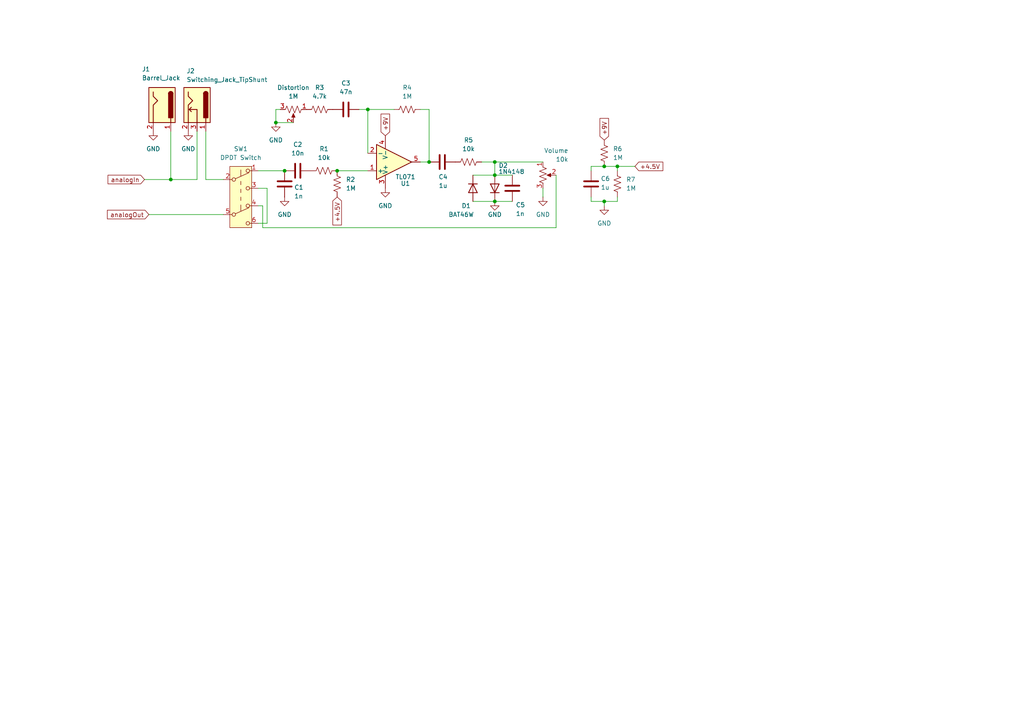
<source format=kicad_sch>
(kicad_sch
	(version 20231120)
	(generator "eeschema")
	(generator_version "8.0")
	(uuid "091a4f92-cba8-43e6-b0ef-b74e6dee3280")
	(paper "A4")
	(lib_symbols
		(symbol "Connector:Barrel_Jack"
			(pin_names
				(offset 1.016)
			)
			(exclude_from_sim no)
			(in_bom yes)
			(on_board yes)
			(property "Reference" "J"
				(at 0 5.334 0)
				(effects
					(font
						(size 1.27 1.27)
					)
				)
			)
			(property "Value" "Barrel_Jack"
				(at 0 -5.08 0)
				(effects
					(font
						(size 1.27 1.27)
					)
				)
			)
			(property "Footprint" ""
				(at 1.27 -1.016 0)
				(effects
					(font
						(size 1.27 1.27)
					)
					(hide yes)
				)
			)
			(property "Datasheet" "~"
				(at 1.27 -1.016 0)
				(effects
					(font
						(size 1.27 1.27)
					)
					(hide yes)
				)
			)
			(property "Description" "DC Barrel Jack"
				(at 0 0 0)
				(effects
					(font
						(size 1.27 1.27)
					)
					(hide yes)
				)
			)
			(property "ki_keywords" "DC power barrel jack connector"
				(at 0 0 0)
				(effects
					(font
						(size 1.27 1.27)
					)
					(hide yes)
				)
			)
			(property "ki_fp_filters" "BarrelJack*"
				(at 0 0 0)
				(effects
					(font
						(size 1.27 1.27)
					)
					(hide yes)
				)
			)
			(symbol "Barrel_Jack_0_1"
				(rectangle
					(start -5.08 3.81)
					(end 5.08 -3.81)
					(stroke
						(width 0.254)
						(type default)
					)
					(fill
						(type background)
					)
				)
				(arc
					(start -3.302 3.175)
					(mid -3.9343 2.54)
					(end -3.302 1.905)
					(stroke
						(width 0.254)
						(type default)
					)
					(fill
						(type none)
					)
				)
				(arc
					(start -3.302 3.175)
					(mid -3.9343 2.54)
					(end -3.302 1.905)
					(stroke
						(width 0.254)
						(type default)
					)
					(fill
						(type outline)
					)
				)
				(polyline
					(pts
						(xy 5.08 2.54) (xy 3.81 2.54)
					)
					(stroke
						(width 0.254)
						(type default)
					)
					(fill
						(type none)
					)
				)
				(polyline
					(pts
						(xy -3.81 -2.54) (xy -2.54 -2.54) (xy -1.27 -1.27) (xy 0 -2.54) (xy 2.54 -2.54) (xy 5.08 -2.54)
					)
					(stroke
						(width 0.254)
						(type default)
					)
					(fill
						(type none)
					)
				)
				(rectangle
					(start 3.683 3.175)
					(end -3.302 1.905)
					(stroke
						(width 0.254)
						(type default)
					)
					(fill
						(type outline)
					)
				)
			)
			(symbol "Barrel_Jack_1_1"
				(pin passive line
					(at 7.62 2.54 180)
					(length 2.54)
					(name "~"
						(effects
							(font
								(size 1.27 1.27)
							)
						)
					)
					(number "1"
						(effects
							(font
								(size 1.27 1.27)
							)
						)
					)
				)
				(pin passive line
					(at 7.62 -2.54 180)
					(length 2.54)
					(name "~"
						(effects
							(font
								(size 1.27 1.27)
							)
						)
					)
					(number "2"
						(effects
							(font
								(size 1.27 1.27)
							)
						)
					)
				)
			)
		)
		(symbol "Connector:Barrel_Jack_Switch"
			(pin_names hide)
			(exclude_from_sim no)
			(in_bom yes)
			(on_board yes)
			(property "Reference" "J"
				(at 0 5.334 0)
				(effects
					(font
						(size 1.27 1.27)
					)
				)
			)
			(property "Value" "Barrel_Jack_Switch"
				(at 0 -5.08 0)
				(effects
					(font
						(size 1.27 1.27)
					)
				)
			)
			(property "Footprint" ""
				(at 1.27 -1.016 0)
				(effects
					(font
						(size 1.27 1.27)
					)
					(hide yes)
				)
			)
			(property "Datasheet" "~"
				(at 1.27 -1.016 0)
				(effects
					(font
						(size 1.27 1.27)
					)
					(hide yes)
				)
			)
			(property "Description" "DC Barrel Jack with an internal switch"
				(at 0 0 0)
				(effects
					(font
						(size 1.27 1.27)
					)
					(hide yes)
				)
			)
			(property "ki_keywords" "DC power barrel jack connector"
				(at 0 0 0)
				(effects
					(font
						(size 1.27 1.27)
					)
					(hide yes)
				)
			)
			(property "ki_fp_filters" "BarrelJack*"
				(at 0 0 0)
				(effects
					(font
						(size 1.27 1.27)
					)
					(hide yes)
				)
			)
			(symbol "Barrel_Jack_Switch_0_1"
				(rectangle
					(start -5.08 3.81)
					(end 5.08 -3.81)
					(stroke
						(width 0.254)
						(type default)
					)
					(fill
						(type background)
					)
				)
				(arc
					(start -3.302 3.175)
					(mid -3.9343 2.54)
					(end -3.302 1.905)
					(stroke
						(width 0.254)
						(type default)
					)
					(fill
						(type none)
					)
				)
				(arc
					(start -3.302 3.175)
					(mid -3.9343 2.54)
					(end -3.302 1.905)
					(stroke
						(width 0.254)
						(type default)
					)
					(fill
						(type outline)
					)
				)
				(polyline
					(pts
						(xy 1.27 -2.286) (xy 1.905 -1.651)
					)
					(stroke
						(width 0.254)
						(type default)
					)
					(fill
						(type none)
					)
				)
				(polyline
					(pts
						(xy 5.08 2.54) (xy 3.81 2.54)
					)
					(stroke
						(width 0.254)
						(type default)
					)
					(fill
						(type none)
					)
				)
				(polyline
					(pts
						(xy 5.08 0) (xy 1.27 0) (xy 1.27 -2.286) (xy 0.635 -1.651)
					)
					(stroke
						(width 0.254)
						(type default)
					)
					(fill
						(type none)
					)
				)
				(polyline
					(pts
						(xy -3.81 -2.54) (xy -2.54 -2.54) (xy -1.27 -1.27) (xy 0 -2.54) (xy 2.54 -2.54) (xy 5.08 -2.54)
					)
					(stroke
						(width 0.254)
						(type default)
					)
					(fill
						(type none)
					)
				)
				(rectangle
					(start 3.683 3.175)
					(end -3.302 1.905)
					(stroke
						(width 0.254)
						(type default)
					)
					(fill
						(type outline)
					)
				)
			)
			(symbol "Barrel_Jack_Switch_1_1"
				(pin passive line
					(at 7.62 2.54 180)
					(length 2.54)
					(name "~"
						(effects
							(font
								(size 1.27 1.27)
							)
						)
					)
					(number "1"
						(effects
							(font
								(size 1.27 1.27)
							)
						)
					)
				)
				(pin passive line
					(at 7.62 -2.54 180)
					(length 2.54)
					(name "~"
						(effects
							(font
								(size 1.27 1.27)
							)
						)
					)
					(number "2"
						(effects
							(font
								(size 1.27 1.27)
							)
						)
					)
				)
				(pin passive line
					(at 7.62 0 180)
					(length 2.54)
					(name "~"
						(effects
							(font
								(size 1.27 1.27)
							)
						)
					)
					(number "3"
						(effects
							(font
								(size 1.27 1.27)
							)
						)
					)
				)
			)
		)
		(symbol "Device:C"
			(pin_numbers hide)
			(pin_names
				(offset 0.254)
			)
			(exclude_from_sim no)
			(in_bom yes)
			(on_board yes)
			(property "Reference" "C"
				(at 0.635 2.54 0)
				(effects
					(font
						(size 1.27 1.27)
					)
					(justify left)
				)
			)
			(property "Value" "C"
				(at 0.635 -2.54 0)
				(effects
					(font
						(size 1.27 1.27)
					)
					(justify left)
				)
			)
			(property "Footprint" ""
				(at 0.9652 -3.81 0)
				(effects
					(font
						(size 1.27 1.27)
					)
					(hide yes)
				)
			)
			(property "Datasheet" "~"
				(at 0 0 0)
				(effects
					(font
						(size 1.27 1.27)
					)
					(hide yes)
				)
			)
			(property "Description" "Unpolarized capacitor"
				(at 0 0 0)
				(effects
					(font
						(size 1.27 1.27)
					)
					(hide yes)
				)
			)
			(property "ki_keywords" "cap capacitor"
				(at 0 0 0)
				(effects
					(font
						(size 1.27 1.27)
					)
					(hide yes)
				)
			)
			(property "ki_fp_filters" "C_*"
				(at 0 0 0)
				(effects
					(font
						(size 1.27 1.27)
					)
					(hide yes)
				)
			)
			(symbol "C_0_1"
				(polyline
					(pts
						(xy -2.032 -0.762) (xy 2.032 -0.762)
					)
					(stroke
						(width 0.508)
						(type default)
					)
					(fill
						(type none)
					)
				)
				(polyline
					(pts
						(xy -2.032 0.762) (xy 2.032 0.762)
					)
					(stroke
						(width 0.508)
						(type default)
					)
					(fill
						(type none)
					)
				)
			)
			(symbol "C_1_1"
				(pin passive line
					(at 0 3.81 270)
					(length 2.794)
					(name "~"
						(effects
							(font
								(size 1.27 1.27)
							)
						)
					)
					(number "1"
						(effects
							(font
								(size 1.27 1.27)
							)
						)
					)
				)
				(pin passive line
					(at 0 -3.81 90)
					(length 2.794)
					(name "~"
						(effects
							(font
								(size 1.27 1.27)
							)
						)
					)
					(number "2"
						(effects
							(font
								(size 1.27 1.27)
							)
						)
					)
				)
			)
		)
		(symbol "Device:D"
			(pin_numbers hide)
			(pin_names
				(offset 1.016) hide)
			(exclude_from_sim no)
			(in_bom yes)
			(on_board yes)
			(property "Reference" "D"
				(at 0 2.54 0)
				(effects
					(font
						(size 1.27 1.27)
					)
				)
			)
			(property "Value" "D"
				(at 0 -2.54 0)
				(effects
					(font
						(size 1.27 1.27)
					)
				)
			)
			(property "Footprint" ""
				(at 0 0 0)
				(effects
					(font
						(size 1.27 1.27)
					)
					(hide yes)
				)
			)
			(property "Datasheet" "~"
				(at 0 0 0)
				(effects
					(font
						(size 1.27 1.27)
					)
					(hide yes)
				)
			)
			(property "Description" "Diode"
				(at 0 0 0)
				(effects
					(font
						(size 1.27 1.27)
					)
					(hide yes)
				)
			)
			(property "Sim.Device" "D"
				(at 0 0 0)
				(effects
					(font
						(size 1.27 1.27)
					)
					(hide yes)
				)
			)
			(property "Sim.Pins" "1=K 2=A"
				(at 0 0 0)
				(effects
					(font
						(size 1.27 1.27)
					)
					(hide yes)
				)
			)
			(property "ki_keywords" "diode"
				(at 0 0 0)
				(effects
					(font
						(size 1.27 1.27)
					)
					(hide yes)
				)
			)
			(property "ki_fp_filters" "TO-???* *_Diode_* *SingleDiode* D_*"
				(at 0 0 0)
				(effects
					(font
						(size 1.27 1.27)
					)
					(hide yes)
				)
			)
			(symbol "D_0_1"
				(polyline
					(pts
						(xy -1.27 1.27) (xy -1.27 -1.27)
					)
					(stroke
						(width 0.254)
						(type default)
					)
					(fill
						(type none)
					)
				)
				(polyline
					(pts
						(xy 1.27 0) (xy -1.27 0)
					)
					(stroke
						(width 0)
						(type default)
					)
					(fill
						(type none)
					)
				)
				(polyline
					(pts
						(xy 1.27 1.27) (xy 1.27 -1.27) (xy -1.27 0) (xy 1.27 1.27)
					)
					(stroke
						(width 0.254)
						(type default)
					)
					(fill
						(type none)
					)
				)
			)
			(symbol "D_1_1"
				(pin passive line
					(at -3.81 0 0)
					(length 2.54)
					(name "K"
						(effects
							(font
								(size 1.27 1.27)
							)
						)
					)
					(number "1"
						(effects
							(font
								(size 1.27 1.27)
							)
						)
					)
				)
				(pin passive line
					(at 3.81 0 180)
					(length 2.54)
					(name "A"
						(effects
							(font
								(size 1.27 1.27)
							)
						)
					)
					(number "2"
						(effects
							(font
								(size 1.27 1.27)
							)
						)
					)
				)
			)
		)
		(symbol "Device:R_Potentiometer_US"
			(pin_names
				(offset 1.016) hide)
			(exclude_from_sim no)
			(in_bom yes)
			(on_board yes)
			(property "Reference" "RV"
				(at -4.445 0 90)
				(effects
					(font
						(size 1.27 1.27)
					)
				)
			)
			(property "Value" "R_Potentiometer_US"
				(at -2.54 0 90)
				(effects
					(font
						(size 1.27 1.27)
					)
				)
			)
			(property "Footprint" ""
				(at 0 0 0)
				(effects
					(font
						(size 1.27 1.27)
					)
					(hide yes)
				)
			)
			(property "Datasheet" "~"
				(at 0 0 0)
				(effects
					(font
						(size 1.27 1.27)
					)
					(hide yes)
				)
			)
			(property "Description" "Potentiometer, US symbol"
				(at 0 0 0)
				(effects
					(font
						(size 1.27 1.27)
					)
					(hide yes)
				)
			)
			(property "ki_keywords" "resistor variable"
				(at 0 0 0)
				(effects
					(font
						(size 1.27 1.27)
					)
					(hide yes)
				)
			)
			(property "ki_fp_filters" "Potentiometer*"
				(at 0 0 0)
				(effects
					(font
						(size 1.27 1.27)
					)
					(hide yes)
				)
			)
			(symbol "R_Potentiometer_US_0_1"
				(polyline
					(pts
						(xy 0 -2.286) (xy 0 -2.54)
					)
					(stroke
						(width 0)
						(type default)
					)
					(fill
						(type none)
					)
				)
				(polyline
					(pts
						(xy 0 2.54) (xy 0 2.286)
					)
					(stroke
						(width 0)
						(type default)
					)
					(fill
						(type none)
					)
				)
				(polyline
					(pts
						(xy 2.54 0) (xy 1.524 0)
					)
					(stroke
						(width 0)
						(type default)
					)
					(fill
						(type none)
					)
				)
				(polyline
					(pts
						(xy 1.143 0) (xy 2.286 0.508) (xy 2.286 -0.508) (xy 1.143 0)
					)
					(stroke
						(width 0)
						(type default)
					)
					(fill
						(type outline)
					)
				)
				(polyline
					(pts
						(xy 0 -0.762) (xy 1.016 -1.143) (xy 0 -1.524) (xy -1.016 -1.905) (xy 0 -2.286)
					)
					(stroke
						(width 0)
						(type default)
					)
					(fill
						(type none)
					)
				)
				(polyline
					(pts
						(xy 0 0.762) (xy 1.016 0.381) (xy 0 0) (xy -1.016 -0.381) (xy 0 -0.762)
					)
					(stroke
						(width 0)
						(type default)
					)
					(fill
						(type none)
					)
				)
				(polyline
					(pts
						(xy 0 2.286) (xy 1.016 1.905) (xy 0 1.524) (xy -1.016 1.143) (xy 0 0.762)
					)
					(stroke
						(width 0)
						(type default)
					)
					(fill
						(type none)
					)
				)
			)
			(symbol "R_Potentiometer_US_1_1"
				(pin passive line
					(at 0 3.81 270)
					(length 1.27)
					(name "1"
						(effects
							(font
								(size 1.27 1.27)
							)
						)
					)
					(number "1"
						(effects
							(font
								(size 1.27 1.27)
							)
						)
					)
				)
				(pin passive line
					(at 3.81 0 180)
					(length 1.27)
					(name "2"
						(effects
							(font
								(size 1.27 1.27)
							)
						)
					)
					(number "2"
						(effects
							(font
								(size 1.27 1.27)
							)
						)
					)
				)
				(pin passive line
					(at 0 -3.81 90)
					(length 1.27)
					(name "3"
						(effects
							(font
								(size 1.27 1.27)
							)
						)
					)
					(number "3"
						(effects
							(font
								(size 1.27 1.27)
							)
						)
					)
				)
			)
		)
		(symbol "Device:R_US"
			(pin_numbers hide)
			(pin_names
				(offset 0)
			)
			(exclude_from_sim no)
			(in_bom yes)
			(on_board yes)
			(property "Reference" "R"
				(at 2.54 0 90)
				(effects
					(font
						(size 1.27 1.27)
					)
				)
			)
			(property "Value" "R_US"
				(at -2.54 0 90)
				(effects
					(font
						(size 1.27 1.27)
					)
				)
			)
			(property "Footprint" ""
				(at 1.016 -0.254 90)
				(effects
					(font
						(size 1.27 1.27)
					)
					(hide yes)
				)
			)
			(property "Datasheet" "~"
				(at 0 0 0)
				(effects
					(font
						(size 1.27 1.27)
					)
					(hide yes)
				)
			)
			(property "Description" "Resistor, US symbol"
				(at 0 0 0)
				(effects
					(font
						(size 1.27 1.27)
					)
					(hide yes)
				)
			)
			(property "ki_keywords" "R res resistor"
				(at 0 0 0)
				(effects
					(font
						(size 1.27 1.27)
					)
					(hide yes)
				)
			)
			(property "ki_fp_filters" "R_*"
				(at 0 0 0)
				(effects
					(font
						(size 1.27 1.27)
					)
					(hide yes)
				)
			)
			(symbol "R_US_0_1"
				(polyline
					(pts
						(xy 0 -2.286) (xy 0 -2.54)
					)
					(stroke
						(width 0)
						(type default)
					)
					(fill
						(type none)
					)
				)
				(polyline
					(pts
						(xy 0 2.286) (xy 0 2.54)
					)
					(stroke
						(width 0)
						(type default)
					)
					(fill
						(type none)
					)
				)
				(polyline
					(pts
						(xy 0 -0.762) (xy 1.016 -1.143) (xy 0 -1.524) (xy -1.016 -1.905) (xy 0 -2.286)
					)
					(stroke
						(width 0)
						(type default)
					)
					(fill
						(type none)
					)
				)
				(polyline
					(pts
						(xy 0 0.762) (xy 1.016 0.381) (xy 0 0) (xy -1.016 -0.381) (xy 0 -0.762)
					)
					(stroke
						(width 0)
						(type default)
					)
					(fill
						(type none)
					)
				)
				(polyline
					(pts
						(xy 0 2.286) (xy 1.016 1.905) (xy 0 1.524) (xy -1.016 1.143) (xy 0 0.762)
					)
					(stroke
						(width 0)
						(type default)
					)
					(fill
						(type none)
					)
				)
			)
			(symbol "R_US_1_1"
				(pin passive line
					(at 0 3.81 270)
					(length 1.27)
					(name "~"
						(effects
							(font
								(size 1.27 1.27)
							)
						)
					)
					(number "1"
						(effects
							(font
								(size 1.27 1.27)
							)
						)
					)
				)
				(pin passive line
					(at 0 -3.81 90)
					(length 1.27)
					(name "~"
						(effects
							(font
								(size 1.27 1.27)
							)
						)
					)
					(number "2"
						(effects
							(font
								(size 1.27 1.27)
							)
						)
					)
				)
			)
		)
		(symbol "Simulation_SPICE:OPAMP"
			(pin_names
				(offset 0.254)
			)
			(exclude_from_sim no)
			(in_bom yes)
			(on_board yes)
			(property "Reference" "U"
				(at 3.81 3.175 0)
				(effects
					(font
						(size 1.27 1.27)
					)
					(justify left)
				)
			)
			(property "Value" "${SIM.PARAMS}"
				(at 3.81 -3.175 0)
				(effects
					(font
						(size 1.27 1.27)
					)
					(justify left)
				)
			)
			(property "Footprint" ""
				(at 0 0 0)
				(effects
					(font
						(size 1.27 1.27)
					)
					(hide yes)
				)
			)
			(property "Datasheet" "https://ngspice.sourceforge.io/docs/ngspice-html-manual/manual.xhtml#sec__SUBCKT_Subcircuits"
				(at 0 0 0)
				(effects
					(font
						(size 1.27 1.27)
					)
					(hide yes)
				)
			)
			(property "Description" "Operational amplifier, single"
				(at 0 0 0)
				(effects
					(font
						(size 1.27 1.27)
					)
					(hide yes)
				)
			)
			(property "Sim.Pins" "1=in+ 2=in- 3=vcc 4=vee 5=out"
				(at 0 0 0)
				(effects
					(font
						(size 1.27 1.27)
					)
					(hide yes)
				)
			)
			(property "Sim.Device" "SUBCKT"
				(at 0 0 0)
				(effects
					(font
						(size 1.27 1.27)
					)
					(justify left)
					(hide yes)
				)
			)
			(property "Sim.Library" "${KICAD8_SYMBOL_DIR}/Simulation_SPICE.sp"
				(at 0 0 0)
				(effects
					(font
						(size 1.27 1.27)
					)
					(hide yes)
				)
			)
			(property "Sim.Name" "kicad_builtin_opamp"
				(at 0 0 0)
				(effects
					(font
						(size 1.27 1.27)
					)
					(hide yes)
				)
			)
			(property "ki_keywords" "simulation"
				(at 0 0 0)
				(effects
					(font
						(size 1.27 1.27)
					)
					(hide yes)
				)
			)
			(symbol "OPAMP_0_1"
				(polyline
					(pts
						(xy 5.08 0) (xy -5.08 5.08) (xy -5.08 -5.08) (xy 5.08 0)
					)
					(stroke
						(width 0.254)
						(type default)
					)
					(fill
						(type background)
					)
				)
			)
			(symbol "OPAMP_1_1"
				(pin input line
					(at -7.62 2.54 0)
					(length 2.54)
					(name "+"
						(effects
							(font
								(size 1.27 1.27)
							)
						)
					)
					(number "1"
						(effects
							(font
								(size 1.27 1.27)
							)
						)
					)
				)
				(pin input line
					(at -7.62 -2.54 0)
					(length 2.54)
					(name "-"
						(effects
							(font
								(size 1.27 1.27)
							)
						)
					)
					(number "2"
						(effects
							(font
								(size 1.27 1.27)
							)
						)
					)
				)
				(pin power_in line
					(at -2.54 7.62 270)
					(length 3.81)
					(name "V+"
						(effects
							(font
								(size 1.27 1.27)
							)
						)
					)
					(number "3"
						(effects
							(font
								(size 1.27 1.27)
							)
						)
					)
				)
				(pin power_in line
					(at -2.54 -7.62 90)
					(length 3.81)
					(name "V-"
						(effects
							(font
								(size 1.27 1.27)
							)
						)
					)
					(number "4"
						(effects
							(font
								(size 1.27 1.27)
							)
						)
					)
				)
				(pin output line
					(at 7.62 0 180)
					(length 2.54)
					(name "~"
						(effects
							(font
								(size 1.27 1.27)
							)
						)
					)
					(number "5"
						(effects
							(font
								(size 1.27 1.27)
							)
						)
					)
				)
			)
		)
		(symbol "Switch:SW_Push_DPDT"
			(pin_names
				(offset 0) hide)
			(exclude_from_sim no)
			(in_bom yes)
			(on_board yes)
			(property "Reference" "SW"
				(at 0 10.16 0)
				(effects
					(font
						(size 1.27 1.27)
					)
				)
			)
			(property "Value" "SW_Push_DPDT"
				(at 0 -10.16 0)
				(effects
					(font
						(size 1.27 1.27)
					)
				)
			)
			(property "Footprint" ""
				(at 0 5.08 0)
				(effects
					(font
						(size 1.27 1.27)
					)
					(hide yes)
				)
			)
			(property "Datasheet" "~"
				(at 0 5.08 0)
				(effects
					(font
						(size 1.27 1.27)
					)
					(hide yes)
				)
			)
			(property "Description" "Momentary Switch, dual pole double throw"
				(at 0 0 0)
				(effects
					(font
						(size 1.27 1.27)
					)
					(hide yes)
				)
			)
			(property "ki_keywords" "switch dual-pole double-throw spdt ON-ON"
				(at 0 0 0)
				(effects
					(font
						(size 1.27 1.27)
					)
					(hide yes)
				)
			)
			(symbol "SW_Push_DPDT_0_0"
				(circle
					(center -2.032 -5.08)
					(radius 0.508)
					(stroke
						(width 0)
						(type default)
					)
					(fill
						(type none)
					)
				)
				(circle
					(center -2.032 5.08)
					(radius 0.508)
					(stroke
						(width 0)
						(type default)
					)
					(fill
						(type none)
					)
				)
				(circle
					(center 2.032 -7.62)
					(radius 0.508)
					(stroke
						(width 0)
						(type default)
					)
					(fill
						(type none)
					)
				)
				(circle
					(center 2.032 2.54)
					(radius 0.508)
					(stroke
						(width 0)
						(type default)
					)
					(fill
						(type none)
					)
				)
			)
			(symbol "SW_Push_DPDT_0_1"
				(polyline
					(pts
						(xy -1.524 -4.826) (xy 2.3368 -3.0988)
					)
					(stroke
						(width 0)
						(type default)
					)
					(fill
						(type none)
					)
				)
				(polyline
					(pts
						(xy -1.524 5.334) (xy 2.3368 7.0612)
					)
					(stroke
						(width 0)
						(type default)
					)
					(fill
						(type none)
					)
				)
				(polyline
					(pts
						(xy 0 -2.286) (xy 0 -4.064)
					)
					(stroke
						(width 0)
						(type default)
					)
					(fill
						(type none)
					)
				)
				(polyline
					(pts
						(xy 0 -1.016) (xy 0 0)
					)
					(stroke
						(width 0)
						(type default)
					)
					(fill
						(type none)
					)
				)
				(polyline
					(pts
						(xy 0 1.27) (xy 0 2.286)
					)
					(stroke
						(width 0)
						(type default)
					)
					(fill
						(type none)
					)
				)
				(polyline
					(pts
						(xy 0 3.556) (xy 0 4.572)
					)
					(stroke
						(width 0)
						(type default)
					)
					(fill
						(type none)
					)
				)
				(polyline
					(pts
						(xy 0 7.874) (xy 0 6.096)
					)
					(stroke
						(width 0)
						(type default)
					)
					(fill
						(type none)
					)
				)
				(circle
					(center 2.032 -2.54)
					(radius 0.508)
					(stroke
						(width 0)
						(type default)
					)
					(fill
						(type none)
					)
				)
				(circle
					(center 2.032 7.62)
					(radius 0.508)
					(stroke
						(width 0)
						(type default)
					)
					(fill
						(type none)
					)
				)
			)
			(symbol "SW_Push_DPDT_1_1"
				(rectangle
					(start -3.175 8.89)
					(end 3.175 -8.89)
					(stroke
						(width 0)
						(type default)
					)
					(fill
						(type background)
					)
				)
				(pin passive line
					(at 5.08 7.62 180)
					(length 2.54)
					(name "A"
						(effects
							(font
								(size 1.27 1.27)
							)
						)
					)
					(number "1"
						(effects
							(font
								(size 1.27 1.27)
							)
						)
					)
				)
				(pin passive line
					(at -5.08 5.08 0)
					(length 2.54)
					(name "B"
						(effects
							(font
								(size 1.27 1.27)
							)
						)
					)
					(number "2"
						(effects
							(font
								(size 1.27 1.27)
							)
						)
					)
				)
				(pin passive line
					(at 5.08 2.54 180)
					(length 2.54)
					(name "C"
						(effects
							(font
								(size 1.27 1.27)
							)
						)
					)
					(number "3"
						(effects
							(font
								(size 1.27 1.27)
							)
						)
					)
				)
				(pin passive line
					(at 5.08 -2.54 180)
					(length 2.54)
					(name "A"
						(effects
							(font
								(size 1.27 1.27)
							)
						)
					)
					(number "4"
						(effects
							(font
								(size 1.27 1.27)
							)
						)
					)
				)
				(pin passive line
					(at -5.08 -5.08 0)
					(length 2.54)
					(name "B"
						(effects
							(font
								(size 1.27 1.27)
							)
						)
					)
					(number "5"
						(effects
							(font
								(size 1.27 1.27)
							)
						)
					)
				)
				(pin passive line
					(at 5.08 -7.62 180)
					(length 2.54)
					(name "C"
						(effects
							(font
								(size 1.27 1.27)
							)
						)
					)
					(number "6"
						(effects
							(font
								(size 1.27 1.27)
							)
						)
					)
				)
			)
		)
		(symbol "power:GND"
			(power)
			(pin_numbers hide)
			(pin_names
				(offset 0) hide)
			(exclude_from_sim no)
			(in_bom yes)
			(on_board yes)
			(property "Reference" "#PWR"
				(at 0 -6.35 0)
				(effects
					(font
						(size 1.27 1.27)
					)
					(hide yes)
				)
			)
			(property "Value" "GND"
				(at 0 -3.81 0)
				(effects
					(font
						(size 1.27 1.27)
					)
				)
			)
			(property "Footprint" ""
				(at 0 0 0)
				(effects
					(font
						(size 1.27 1.27)
					)
					(hide yes)
				)
			)
			(property "Datasheet" ""
				(at 0 0 0)
				(effects
					(font
						(size 1.27 1.27)
					)
					(hide yes)
				)
			)
			(property "Description" "Power symbol creates a global label with name \"GND\" , ground"
				(at 0 0 0)
				(effects
					(font
						(size 1.27 1.27)
					)
					(hide yes)
				)
			)
			(property "ki_keywords" "global power"
				(at 0 0 0)
				(effects
					(font
						(size 1.27 1.27)
					)
					(hide yes)
				)
			)
			(symbol "GND_0_1"
				(polyline
					(pts
						(xy 0 0) (xy 0 -1.27) (xy 1.27 -1.27) (xy 0 -2.54) (xy -1.27 -1.27) (xy 0 -1.27)
					)
					(stroke
						(width 0)
						(type default)
					)
					(fill
						(type none)
					)
				)
			)
			(symbol "GND_1_1"
				(pin power_in line
					(at 0 0 270)
					(length 0)
					(name "~"
						(effects
							(font
								(size 1.27 1.27)
							)
						)
					)
					(number "1"
						(effects
							(font
								(size 1.27 1.27)
							)
						)
					)
				)
			)
		)
	)
	(junction
		(at 97.79 49.53)
		(diameter 0)
		(color 0 0 0 0)
		(uuid "07d36ec6-3ddd-4a4b-94d8-7e76f0f876f9")
	)
	(junction
		(at 143.51 46.99)
		(diameter 0)
		(color 0 0 0 0)
		(uuid "25f11533-a51c-4099-8d16-d349c6b0637d")
	)
	(junction
		(at 49.53 52.07)
		(diameter 0)
		(color 0 0 0 0)
		(uuid "528443bf-b6f9-4d24-ba1e-4771bb648c5c")
	)
	(junction
		(at 124.46 46.99)
		(diameter 0)
		(color 0 0 0 0)
		(uuid "599a0b06-a18a-4f75-aaf8-7e8860012b31")
	)
	(junction
		(at 143.51 50.8)
		(diameter 0)
		(color 0 0 0 0)
		(uuid "80609cc9-431d-468f-a3d4-51a819c8873f")
	)
	(junction
		(at 175.26 58.42)
		(diameter 0)
		(color 0 0 0 0)
		(uuid "98902eea-8002-40f5-b469-e3ace206f90d")
	)
	(junction
		(at 82.55 49.53)
		(diameter 0)
		(color 0 0 0 0)
		(uuid "a12a878f-a0be-46da-ab57-05cb448b2d54")
	)
	(junction
		(at 143.51 58.42)
		(diameter 0)
		(color 0 0 0 0)
		(uuid "a813f009-aa6b-4350-8dd0-caa6b1a88312")
	)
	(junction
		(at 179.07 48.26)
		(diameter 0)
		(color 0 0 0 0)
		(uuid "b0af591e-0a20-4249-8c42-36560999ed7c")
	)
	(junction
		(at 106.68 31.75)
		(diameter 0)
		(color 0 0 0 0)
		(uuid "bf37f842-a799-4749-87d1-11899f03153f")
	)
	(junction
		(at 80.01 35.56)
		(diameter 0)
		(color 0 0 0 0)
		(uuid "cef1080c-f182-4ea3-8760-c2e63596e258")
	)
	(junction
		(at 175.26 48.26)
		(diameter 0)
		(color 0 0 0 0)
		(uuid "de173e95-b501-4223-8d0a-d0847c0fd188")
	)
	(wire
		(pts
			(xy 137.16 58.42) (xy 143.51 58.42)
		)
		(stroke
			(width 0)
			(type default)
		)
		(uuid "0984d098-65d3-4493-97bc-f2fc7e3490b5")
	)
	(wire
		(pts
			(xy 179.07 48.26) (xy 184.15 48.26)
		)
		(stroke
			(width 0)
			(type default)
		)
		(uuid "1699f826-55ee-4cc5-922e-7c1ff980f9c1")
	)
	(wire
		(pts
			(xy 171.45 58.42) (xy 175.26 58.42)
		)
		(stroke
			(width 0)
			(type default)
		)
		(uuid "184bfdc5-4445-4a91-a503-edf9009fdc39")
	)
	(wire
		(pts
			(xy 77.47 64.77) (xy 74.93 64.77)
		)
		(stroke
			(width 0)
			(type default)
		)
		(uuid "20b82e92-88af-4c14-a620-c0490f82e86f")
	)
	(wire
		(pts
			(xy 59.69 38.1) (xy 59.69 52.07)
		)
		(stroke
			(width 0)
			(type default)
		)
		(uuid "249a5ab1-86df-455a-976c-d42a0d2e18ee")
	)
	(wire
		(pts
			(xy 80.01 31.75) (xy 80.01 35.56)
		)
		(stroke
			(width 0)
			(type default)
		)
		(uuid "27224d3d-f3c5-47c8-a64a-a96b82f6e449")
	)
	(wire
		(pts
			(xy 49.53 38.1) (xy 49.53 52.07)
		)
		(stroke
			(width 0)
			(type default)
		)
		(uuid "32387b2d-c490-4a02-bd52-1073f150a093")
	)
	(wire
		(pts
			(xy 74.93 49.53) (xy 82.55 49.53)
		)
		(stroke
			(width 0)
			(type default)
		)
		(uuid "3d8d0640-e2a8-4948-811a-1a00533cd155")
	)
	(wire
		(pts
			(xy 121.92 31.75) (xy 124.46 31.75)
		)
		(stroke
			(width 0)
			(type default)
		)
		(uuid "4341ef29-6c1c-4bd5-b224-479bfedf2108")
	)
	(wire
		(pts
			(xy 161.29 50.8) (xy 161.29 66.04)
		)
		(stroke
			(width 0)
			(type default)
		)
		(uuid "505ce8f9-7f57-4394-a92c-5121741c2030")
	)
	(wire
		(pts
			(xy 171.45 57.15) (xy 171.45 58.42)
		)
		(stroke
			(width 0)
			(type default)
		)
		(uuid "5278dc80-9b5a-44ee-b529-4ba4c70c813f")
	)
	(wire
		(pts
			(xy 106.68 31.75) (xy 106.68 44.45)
		)
		(stroke
			(width 0)
			(type default)
		)
		(uuid "634f9ddf-02dc-4f06-9836-af8b608a83a8")
	)
	(wire
		(pts
			(xy 143.51 46.99) (xy 157.48 46.99)
		)
		(stroke
			(width 0)
			(type default)
		)
		(uuid "6f167408-6566-449b-a19c-76b39402ba42")
	)
	(wire
		(pts
			(xy 143.51 58.42) (xy 148.59 58.42)
		)
		(stroke
			(width 0)
			(type default)
		)
		(uuid "73e7a7d8-68a6-4403-bdc3-31a3f2f94501")
	)
	(wire
		(pts
			(xy 43.18 62.23) (xy 64.77 62.23)
		)
		(stroke
			(width 0)
			(type default)
		)
		(uuid "74048b40-51f3-4ec2-b51f-b1f87cccbd31")
	)
	(wire
		(pts
			(xy 175.26 58.42) (xy 175.26 59.69)
		)
		(stroke
			(width 0)
			(type default)
		)
		(uuid "74a9abed-6c92-439a-8249-2b4de5d5dc43")
	)
	(wire
		(pts
			(xy 74.93 59.69) (xy 76.2 59.69)
		)
		(stroke
			(width 0)
			(type default)
		)
		(uuid "7af7452d-8f0d-487a-b769-6c291c32d78c")
	)
	(wire
		(pts
			(xy 104.14 31.75) (xy 106.68 31.75)
		)
		(stroke
			(width 0)
			(type default)
		)
		(uuid "7def1818-9437-45e0-906c-5a2f98bbf059")
	)
	(wire
		(pts
			(xy 57.15 38.1) (xy 57.15 52.07)
		)
		(stroke
			(width 0)
			(type default)
		)
		(uuid "80bcbcb3-97f0-4194-85a0-3e1745b25793")
	)
	(wire
		(pts
			(xy 171.45 48.26) (xy 171.45 49.53)
		)
		(stroke
			(width 0)
			(type default)
		)
		(uuid "813beda0-77cf-40c1-969b-fd4ed418f966")
	)
	(wire
		(pts
			(xy 121.92 46.99) (xy 124.46 46.99)
		)
		(stroke
			(width 0)
			(type default)
		)
		(uuid "83704810-34b9-4cfb-8e1c-17b228230aa1")
	)
	(wire
		(pts
			(xy 80.01 35.56) (xy 85.09 35.56)
		)
		(stroke
			(width 0)
			(type default)
		)
		(uuid "83b597eb-a60a-478b-985e-13191da19908")
	)
	(wire
		(pts
			(xy 59.69 52.07) (xy 64.77 52.07)
		)
		(stroke
			(width 0)
			(type default)
		)
		(uuid "846ab1dc-d50f-4fab-aa0d-7bc950461178")
	)
	(wire
		(pts
			(xy 143.51 50.8) (xy 148.59 50.8)
		)
		(stroke
			(width 0)
			(type default)
		)
		(uuid "84c02fb4-2fd1-4fed-86dd-6cd53f0fcc2e")
	)
	(wire
		(pts
			(xy 81.28 31.75) (xy 80.01 31.75)
		)
		(stroke
			(width 0)
			(type default)
		)
		(uuid "979ab43d-bd4a-458b-96b7-ff94276f86d9")
	)
	(wire
		(pts
			(xy 161.29 66.04) (xy 76.2 66.04)
		)
		(stroke
			(width 0)
			(type default)
		)
		(uuid "994b13c2-337f-4df2-b274-5466502e1678")
	)
	(wire
		(pts
			(xy 137.16 50.8) (xy 143.51 50.8)
		)
		(stroke
			(width 0)
			(type default)
		)
		(uuid "b7564f00-5dec-4ebe-805f-9299272ced43")
	)
	(wire
		(pts
			(xy 175.26 58.42) (xy 179.07 58.42)
		)
		(stroke
			(width 0)
			(type default)
		)
		(uuid "b845a72f-096f-49cc-891c-b67c2316bc55")
	)
	(wire
		(pts
			(xy 143.51 46.99) (xy 143.51 50.8)
		)
		(stroke
			(width 0)
			(type default)
		)
		(uuid "c0d0557b-465e-41ee-b8e1-902e15b4e218")
	)
	(wire
		(pts
			(xy 157.48 54.61) (xy 157.48 57.15)
		)
		(stroke
			(width 0)
			(type default)
		)
		(uuid "c4171edf-f6a6-44de-b451-09de71c84af4")
	)
	(wire
		(pts
			(xy 76.2 66.04) (xy 76.2 59.69)
		)
		(stroke
			(width 0)
			(type default)
		)
		(uuid "d783eb42-d481-4871-bd5e-57a35b04ca15")
	)
	(wire
		(pts
			(xy 179.07 49.53) (xy 179.07 48.26)
		)
		(stroke
			(width 0)
			(type default)
		)
		(uuid "d890becc-6152-487e-beca-596111cad6a2")
	)
	(wire
		(pts
			(xy 74.93 54.61) (xy 77.47 54.61)
		)
		(stroke
			(width 0)
			(type default)
		)
		(uuid "dde94f2c-1cd7-4b59-9a42-caec99c39eef")
	)
	(wire
		(pts
			(xy 175.26 48.26) (xy 171.45 48.26)
		)
		(stroke
			(width 0)
			(type default)
		)
		(uuid "e15c1553-df8b-47c0-87c9-bd14c6ad704a")
	)
	(wire
		(pts
			(xy 179.07 58.42) (xy 179.07 57.15)
		)
		(stroke
			(width 0)
			(type default)
		)
		(uuid "e2d23bc3-fb2a-4cf0-8f5d-eb2b4a0db524")
	)
	(wire
		(pts
			(xy 179.07 48.26) (xy 175.26 48.26)
		)
		(stroke
			(width 0)
			(type default)
		)
		(uuid "e52252f3-c72e-451f-bcfe-5b81948f0e1a")
	)
	(wire
		(pts
			(xy 139.7 46.99) (xy 143.51 46.99)
		)
		(stroke
			(width 0)
			(type default)
		)
		(uuid "e7d5dd74-7fd7-4687-a50c-c72ed6dad35b")
	)
	(wire
		(pts
			(xy 77.47 54.61) (xy 77.47 64.77)
		)
		(stroke
			(width 0)
			(type default)
		)
		(uuid "ec2f1ece-f141-4325-8ebe-a7d105310d77")
	)
	(wire
		(pts
			(xy 97.79 49.53) (xy 106.68 49.53)
		)
		(stroke
			(width 0)
			(type default)
		)
		(uuid "f231783b-d6df-4670-8aa8-8a0688fa8544")
	)
	(wire
		(pts
			(xy 106.68 31.75) (xy 114.3 31.75)
		)
		(stroke
			(width 0)
			(type default)
		)
		(uuid "f8a010d1-4e92-4cf2-b229-789650378c06")
	)
	(wire
		(pts
			(xy 124.46 31.75) (xy 124.46 46.99)
		)
		(stroke
			(width 0)
			(type default)
		)
		(uuid "f924900c-7914-4800-bc47-d60905fa7b95")
	)
	(wire
		(pts
			(xy 41.91 52.07) (xy 49.53 52.07)
		)
		(stroke
			(width 0)
			(type default)
		)
		(uuid "f9f1c57c-a9e7-47e4-b164-83185957913c")
	)
	(wire
		(pts
			(xy 49.53 52.07) (xy 57.15 52.07)
		)
		(stroke
			(width 0)
			(type default)
		)
		(uuid "fa7afbd8-cf13-4553-a35d-d379eee88cc1")
	)
	(global_label "+9V"
		(shape input)
		(at 111.76 39.37 90)
		(fields_autoplaced yes)
		(effects
			(font
				(size 1.27 1.27)
			)
			(justify left)
		)
		(uuid "3d1f4f50-7e9d-409d-8c86-5fb7f02f392e")
		(property "Intersheetrefs" "${INTERSHEET_REFS}"
			(at 111.76 32.5143 90)
			(effects
				(font
					(size 1.27 1.27)
				)
				(justify left)
				(hide yes)
			)
		)
	)
	(global_label "+9V"
		(shape input)
		(at 175.26 40.64 90)
		(fields_autoplaced yes)
		(effects
			(font
				(size 1.27 1.27)
			)
			(justify left)
		)
		(uuid "5c3bcf16-62e0-40cf-93bb-532e84382c71")
		(property "Intersheetrefs" "${INTERSHEET_REFS}"
			(at 175.26 33.7843 90)
			(effects
				(font
					(size 1.27 1.27)
				)
				(justify left)
				(hide yes)
			)
		)
	)
	(global_label "analogOut"
		(shape input)
		(at 43.18 62.23 180)
		(fields_autoplaced yes)
		(effects
			(font
				(size 1.27 1.27)
			)
			(justify right)
		)
		(uuid "624a60bc-bfa9-48a2-9e2b-2209ea09cde4")
		(property "Intersheetrefs" "${INTERSHEET_REFS}"
			(at 30.5794 62.23 0)
			(effects
				(font
					(size 1.27 1.27)
				)
				(justify right)
				(hide yes)
			)
		)
	)
	(global_label "+4.5V"
		(shape input)
		(at 184.15 48.26 0)
		(fields_autoplaced yes)
		(effects
			(font
				(size 1.27 1.27)
			)
			(justify left)
		)
		(uuid "6b8a8e71-64ef-4df5-872c-b97aba91ae99")
		(property "Intersheetrefs" "${INTERSHEET_REFS}"
			(at 192.82 48.26 0)
			(effects
				(font
					(size 1.27 1.27)
				)
				(justify left)
				(hide yes)
			)
		)
	)
	(global_label "+4.5V"
		(shape input)
		(at 97.79 57.15 270)
		(fields_autoplaced yes)
		(effects
			(font
				(size 1.27 1.27)
			)
			(justify right)
		)
		(uuid "83cc3203-9394-4919-beb5-feb5f9418b53")
		(property "Intersheetrefs" "${INTERSHEET_REFS}"
			(at 97.79 65.82 90)
			(effects
				(font
					(size 1.27 1.27)
				)
				(justify right)
				(hide yes)
			)
		)
	)
	(global_label "analogIn"
		(shape input)
		(at 41.91 52.07 180)
		(fields_autoplaced yes)
		(effects
			(font
				(size 1.27 1.27)
			)
			(justify right)
		)
		(uuid "d07fa769-f294-4d54-896b-000d676b8055")
		(property "Intersheetrefs" "${INTERSHEET_REFS}"
			(at 30.7608 52.07 0)
			(effects
				(font
					(size 1.27 1.27)
				)
				(justify right)
				(hide yes)
			)
		)
	)
	(symbol
		(lib_id "power:GND")
		(at 80.01 35.56 0)
		(unit 1)
		(exclude_from_sim no)
		(in_bom yes)
		(on_board yes)
		(dnp no)
		(fields_autoplaced yes)
		(uuid "0223a369-fac4-4f9e-96c7-a3a32f35708e")
		(property "Reference" "#PWR3"
			(at 80.01 41.91 0)
			(effects
				(font
					(size 1.27 1.27)
				)
				(hide yes)
			)
		)
		(property "Value" "GND"
			(at 80.01 40.64 0)
			(effects
				(font
					(size 1.27 1.27)
				)
			)
		)
		(property "Footprint" ""
			(at 80.01 35.56 0)
			(effects
				(font
					(size 1.27 1.27)
				)
				(hide yes)
			)
		)
		(property "Datasheet" ""
			(at 80.01 35.56 0)
			(effects
				(font
					(size 1.27 1.27)
				)
				(hide yes)
			)
		)
		(property "Description" "Power symbol creates a global label with name \"GND\" , ground"
			(at 80.01 35.56 0)
			(effects
				(font
					(size 1.27 1.27)
				)
				(hide yes)
			)
		)
		(pin "1"
			(uuid "53c02a5a-51fa-46e8-8c1e-034ae61366e0")
		)
		(instances
			(project "AnalogPedal"
				(path "/091a4f92-cba8-43e6-b0ef-b74e6dee3280"
					(reference "#PWR3")
					(unit 1)
				)
			)
		)
	)
	(symbol
		(lib_id "Device:D")
		(at 143.51 54.61 90)
		(unit 1)
		(exclude_from_sim no)
		(in_bom yes)
		(on_board yes)
		(dnp no)
		(uuid "067dd7d8-45ca-41a4-aaef-0e38198863ef")
		(property "Reference" "D2"
			(at 147.32 48.006 90)
			(effects
				(font
					(size 1.27 1.27)
				)
				(justify left)
			)
		)
		(property "Value" "1N4148"
			(at 152.146 49.784 90)
			(effects
				(font
					(size 1.27 1.27)
				)
				(justify left)
			)
		)
		(property "Footprint" ""
			(at 143.51 54.61 0)
			(effects
				(font
					(size 1.27 1.27)
				)
				(hide yes)
			)
		)
		(property "Datasheet" "~"
			(at 143.51 54.61 0)
			(effects
				(font
					(size 1.27 1.27)
				)
				(hide yes)
			)
		)
		(property "Description" "Diode"
			(at 143.51 54.61 0)
			(effects
				(font
					(size 1.27 1.27)
				)
				(hide yes)
			)
		)
		(property "Sim.Device" "D"
			(at 143.51 54.61 0)
			(effects
				(font
					(size 1.27 1.27)
				)
				(hide yes)
			)
		)
		(property "Sim.Pins" "1=K 2=A"
			(at 143.51 54.61 0)
			(effects
				(font
					(size 1.27 1.27)
				)
				(hide yes)
			)
		)
		(pin "1"
			(uuid "52efa199-5a0c-45ca-80bd-a44a283e6dc2")
		)
		(pin "2"
			(uuid "0ffda496-0642-4cfe-9f34-256523140400")
		)
		(instances
			(project "AnalogPedal"
				(path "/091a4f92-cba8-43e6-b0ef-b74e6dee3280"
					(reference "D2")
					(unit 1)
				)
			)
		)
	)
	(symbol
		(lib_id "power:GND")
		(at 175.26 59.69 0)
		(unit 1)
		(exclude_from_sim no)
		(in_bom yes)
		(on_board yes)
		(dnp no)
		(fields_autoplaced yes)
		(uuid "1a367877-fa74-4d0f-8b92-7fdd1c816545")
		(property "Reference" "#PWR6"
			(at 175.26 66.04 0)
			(effects
				(font
					(size 1.27 1.27)
				)
				(hide yes)
			)
		)
		(property "Value" "GND"
			(at 175.26 64.77 0)
			(effects
				(font
					(size 1.27 1.27)
				)
			)
		)
		(property "Footprint" ""
			(at 175.26 59.69 0)
			(effects
				(font
					(size 1.27 1.27)
				)
				(hide yes)
			)
		)
		(property "Datasheet" ""
			(at 175.26 59.69 0)
			(effects
				(font
					(size 1.27 1.27)
				)
				(hide yes)
			)
		)
		(property "Description" "Power symbol creates a global label with name \"GND\" , ground"
			(at 175.26 59.69 0)
			(effects
				(font
					(size 1.27 1.27)
				)
				(hide yes)
			)
		)
		(pin "1"
			(uuid "13cc37a0-6e59-4c6f-b030-39dd293d1a95")
		)
		(instances
			(project "AnalogPedal"
				(path "/091a4f92-cba8-43e6-b0ef-b74e6dee3280"
					(reference "#PWR6")
					(unit 1)
				)
			)
		)
	)
	(symbol
		(lib_id "Device:R_Potentiometer_US")
		(at 157.48 50.8 0)
		(unit 1)
		(exclude_from_sim no)
		(in_bom yes)
		(on_board yes)
		(dnp no)
		(uuid "2b0c8665-3c0a-4185-964a-a530798d9651")
		(property "Reference" "Volume"
			(at 164.846 43.688 0)
			(effects
				(font
					(size 1.27 1.27)
				)
				(justify right)
			)
		)
		(property "Value" "10k"
			(at 164.846 46.228 0)
			(effects
				(font
					(size 1.27 1.27)
				)
				(justify right)
			)
		)
		(property "Footprint" ""
			(at 157.48 50.8 0)
			(effects
				(font
					(size 1.27 1.27)
				)
				(hide yes)
			)
		)
		(property "Datasheet" "~"
			(at 157.48 50.8 0)
			(effects
				(font
					(size 1.27 1.27)
				)
				(hide yes)
			)
		)
		(property "Description" "Potentiometer, US symbol"
			(at 157.48 50.8 0)
			(effects
				(font
					(size 1.27 1.27)
				)
				(hide yes)
			)
		)
		(pin "1"
			(uuid "8e77263e-4652-4b58-b4bb-5702fcc23301")
		)
		(pin "2"
			(uuid "5baa1481-c302-4c3c-9d96-f20d28fd3ac2")
		)
		(pin "3"
			(uuid "1df587f3-756d-4fd2-a6fc-6f3c35fea746")
		)
		(instances
			(project "AnalogPedal"
				(path "/091a4f92-cba8-43e6-b0ef-b74e6dee3280"
					(reference "Volume")
					(unit 1)
				)
			)
		)
	)
	(symbol
		(lib_id "Device:R_Potentiometer_US")
		(at 85.09 31.75 270)
		(unit 1)
		(exclude_from_sim no)
		(in_bom yes)
		(on_board yes)
		(dnp no)
		(fields_autoplaced yes)
		(uuid "3b6ee885-5428-4fc0-8842-9b293669953a")
		(property "Reference" "Distortion"
			(at 85.09 25.4 90)
			(effects
				(font
					(size 1.27 1.27)
				)
			)
		)
		(property "Value" "1M"
			(at 85.09 27.94 90)
			(effects
				(font
					(size 1.27 1.27)
				)
			)
		)
		(property "Footprint" ""
			(at 85.09 31.75 0)
			(effects
				(font
					(size 1.27 1.27)
				)
				(hide yes)
			)
		)
		(property "Datasheet" "~"
			(at 85.09 31.75 0)
			(effects
				(font
					(size 1.27 1.27)
				)
				(hide yes)
			)
		)
		(property "Description" "Potentiometer, US symbol"
			(at 85.09 31.75 0)
			(effects
				(font
					(size 1.27 1.27)
				)
				(hide yes)
			)
		)
		(pin "1"
			(uuid "a315bdf3-476b-4f90-a999-f652d1979443")
		)
		(pin "2"
			(uuid "6e5f25a8-60d4-4586-94e2-c1da4ea91156")
		)
		(pin "3"
			(uuid "526224a3-22c4-4a7c-8b2f-9f1fafd8aa87")
		)
		(instances
			(project ""
				(path "/091a4f92-cba8-43e6-b0ef-b74e6dee3280"
					(reference "Distortion")
					(unit 1)
				)
			)
		)
	)
	(symbol
		(lib_id "Simulation_SPICE:OPAMP")
		(at 114.3 46.99 0)
		(mirror x)
		(unit 1)
		(exclude_from_sim no)
		(in_bom yes)
		(on_board yes)
		(dnp no)
		(uuid "3bf57925-5eff-4f7f-b28e-760477b0a1cf")
		(property "Reference" "U1"
			(at 117.602 53.2131 0)
			(effects
				(font
					(size 1.27 1.27)
				)
			)
		)
		(property "Value" "TL071"
			(at 117.602 51.308 0)
			(effects
				(font
					(size 1.27 1.27)
				)
			)
		)
		(property "Footprint" ""
			(at 114.3 46.99 0)
			(effects
				(font
					(size 1.27 1.27)
				)
				(hide yes)
			)
		)
		(property "Datasheet" "https://ngspice.sourceforge.io/docs/ngspice-html-manual/manual.xhtml#sec__SUBCKT_Subcircuits"
			(at 114.3 46.99 0)
			(effects
				(font
					(size 1.27 1.27)
				)
				(hide yes)
			)
		)
		(property "Description" "Operational amplifier, single"
			(at 114.3 46.99 0)
			(effects
				(font
					(size 1.27 1.27)
				)
				(hide yes)
			)
		)
		(property "Sim.Pins" "1=in+ 2=in- 3=vcc 4=vee 5=out"
			(at 114.3 46.99 0)
			(effects
				(font
					(size 1.27 1.27)
				)
				(hide yes)
			)
		)
		(property "Sim.Device" "SUBCKT"
			(at 114.3 46.99 0)
			(effects
				(font
					(size 1.27 1.27)
				)
				(justify left)
				(hide yes)
			)
		)
		(property "Sim.Library" "${KICAD8_SYMBOL_DIR}/Simulation_SPICE.sp"
			(at 114.3 46.99 0)
			(effects
				(font
					(size 1.27 1.27)
				)
				(hide yes)
			)
		)
		(property "Sim.Name" "kicad_builtin_opamp"
			(at 114.3 46.99 0)
			(effects
				(font
					(size 1.27 1.27)
				)
				(hide yes)
			)
		)
		(pin "4"
			(uuid "4c013a9b-c14f-4eb5-a112-75e25faecf43")
		)
		(pin "5"
			(uuid "8a77be0b-41ca-44b1-a77c-92678aa8f51a")
		)
		(pin "2"
			(uuid "be6563b6-c759-4ba4-91a8-7a51d910fed3")
		)
		(pin "1"
			(uuid "c509daf2-d243-4fb5-9801-49f91fbfcedf")
		)
		(pin "3"
			(uuid "f6fd177c-028a-4a30-a6ed-995ef26b00c9")
		)
		(instances
			(project ""
				(path "/091a4f92-cba8-43e6-b0ef-b74e6dee3280"
					(reference "U1")
					(unit 1)
				)
			)
		)
	)
	(symbol
		(lib_id "Device:R_US")
		(at 118.11 31.75 270)
		(unit 1)
		(exclude_from_sim no)
		(in_bom yes)
		(on_board yes)
		(dnp no)
		(fields_autoplaced yes)
		(uuid "41ef4d8c-ade1-43dd-be2f-ca3ccea8055f")
		(property "Reference" "R4"
			(at 118.11 25.4 90)
			(effects
				(font
					(size 1.27 1.27)
				)
			)
		)
		(property "Value" "1M"
			(at 118.11 27.94 90)
			(effects
				(font
					(size 1.27 1.27)
				)
			)
		)
		(property "Footprint" ""
			(at 117.856 32.766 90)
			(effects
				(font
					(size 1.27 1.27)
				)
				(hide yes)
			)
		)
		(property "Datasheet" "~"
			(at 118.11 31.75 0)
			(effects
				(font
					(size 1.27 1.27)
				)
				(hide yes)
			)
		)
		(property "Description" "Resistor, US symbol"
			(at 118.11 31.75 0)
			(effects
				(font
					(size 1.27 1.27)
				)
				(hide yes)
			)
		)
		(pin "1"
			(uuid "6cc3e1b0-6959-4f22-8357-7813a13cf6ba")
		)
		(pin "2"
			(uuid "b0bb439f-b548-4c87-b3d1-7c56f8d01a16")
		)
		(instances
			(project "AnalogPedal"
				(path "/091a4f92-cba8-43e6-b0ef-b74e6dee3280"
					(reference "R4")
					(unit 1)
				)
			)
		)
	)
	(symbol
		(lib_id "power:GND")
		(at 44.45 38.1 0)
		(unit 1)
		(exclude_from_sim no)
		(in_bom yes)
		(on_board yes)
		(dnp no)
		(fields_autoplaced yes)
		(uuid "4ab9ccc6-a7db-4d01-b0a8-610da001c612")
		(property "Reference" "#PWR24"
			(at 44.45 44.45 0)
			(effects
				(font
					(size 1.27 1.27)
				)
				(hide yes)
			)
		)
		(property "Value" "GND"
			(at 44.45 43.18 0)
			(effects
				(font
					(size 1.27 1.27)
				)
			)
		)
		(property "Footprint" ""
			(at 44.45 38.1 0)
			(effects
				(font
					(size 1.27 1.27)
				)
				(hide yes)
			)
		)
		(property "Datasheet" ""
			(at 44.45 38.1 0)
			(effects
				(font
					(size 1.27 1.27)
				)
				(hide yes)
			)
		)
		(property "Description" "Power symbol creates a global label with name \"GND\" , ground"
			(at 44.45 38.1 0)
			(effects
				(font
					(size 1.27 1.27)
				)
				(hide yes)
			)
		)
		(pin "1"
			(uuid "53140f02-494e-4dbb-9917-1888a72d1d2c")
		)
		(instances
			(project ""
				(path "/091a4f92-cba8-43e6-b0ef-b74e6dee3280"
					(reference "#PWR24")
					(unit 1)
				)
			)
		)
	)
	(symbol
		(lib_id "Device:R_US")
		(at 93.98 49.53 90)
		(unit 1)
		(exclude_from_sim no)
		(in_bom yes)
		(on_board yes)
		(dnp no)
		(fields_autoplaced yes)
		(uuid "4b921ff1-5830-45f8-a4f9-7a1d3740b4cd")
		(property "Reference" "R1"
			(at 93.98 43.18 90)
			(effects
				(font
					(size 1.27 1.27)
				)
			)
		)
		(property "Value" "10k"
			(at 93.98 45.72 90)
			(effects
				(font
					(size 1.27 1.27)
				)
			)
		)
		(property "Footprint" ""
			(at 94.234 48.514 90)
			(effects
				(font
					(size 1.27 1.27)
				)
				(hide yes)
			)
		)
		(property "Datasheet" "~"
			(at 93.98 49.53 0)
			(effects
				(font
					(size 1.27 1.27)
				)
				(hide yes)
			)
		)
		(property "Description" "Resistor, US symbol"
			(at 93.98 49.53 0)
			(effects
				(font
					(size 1.27 1.27)
				)
				(hide yes)
			)
		)
		(pin "1"
			(uuid "6fb5793b-2689-470f-b402-59882abc1948")
		)
		(pin "2"
			(uuid "b22d6113-2deb-4969-9c34-4c4caa32d160")
		)
		(instances
			(project ""
				(path "/091a4f92-cba8-43e6-b0ef-b74e6dee3280"
					(reference "R1")
					(unit 1)
				)
			)
		)
	)
	(symbol
		(lib_id "Device:C")
		(at 82.55 53.34 0)
		(unit 1)
		(exclude_from_sim no)
		(in_bom yes)
		(on_board yes)
		(dnp no)
		(uuid "527b90df-451d-4431-b584-a6b152e86981")
		(property "Reference" "C1"
			(at 85.344 54.356 0)
			(effects
				(font
					(size 1.27 1.27)
				)
				(justify left)
			)
		)
		(property "Value" "1n"
			(at 85.344 56.896 0)
			(effects
				(font
					(size 1.27 1.27)
				)
				(justify left)
			)
		)
		(property "Footprint" ""
			(at 83.5152 57.15 0)
			(effects
				(font
					(size 1.27 1.27)
				)
				(hide yes)
			)
		)
		(property "Datasheet" "~"
			(at 82.55 53.34 0)
			(effects
				(font
					(size 1.27 1.27)
				)
				(hide yes)
			)
		)
		(property "Description" "Unpolarized capacitor"
			(at 82.55 53.34 0)
			(effects
				(font
					(size 1.27 1.27)
				)
				(hide yes)
			)
		)
		(pin "1"
			(uuid "3ea95e6e-a3c0-481b-8ea4-5276fa564048")
		)
		(pin "2"
			(uuid "b34fff0a-f144-4805-a08b-7edcdbc020b9")
		)
		(instances
			(project ""
				(path "/091a4f92-cba8-43e6-b0ef-b74e6dee3280"
					(reference "C1")
					(unit 1)
				)
			)
		)
	)
	(symbol
		(lib_id "power:GND")
		(at 143.51 58.42 0)
		(unit 1)
		(exclude_from_sim no)
		(in_bom yes)
		(on_board yes)
		(dnp no)
		(uuid "563f7ba4-4b64-463a-b452-5f04dc3e06fe")
		(property "Reference" "#PWR5"
			(at 143.51 64.77 0)
			(effects
				(font
					(size 1.27 1.27)
				)
				(hide yes)
			)
		)
		(property "Value" "GND"
			(at 143.51 62.23 0)
			(effects
				(font
					(size 1.27 1.27)
				)
			)
		)
		(property "Footprint" ""
			(at 143.51 58.42 0)
			(effects
				(font
					(size 1.27 1.27)
				)
				(hide yes)
			)
		)
		(property "Datasheet" ""
			(at 143.51 58.42 0)
			(effects
				(font
					(size 1.27 1.27)
				)
				(hide yes)
			)
		)
		(property "Description" "Power symbol creates a global label with name \"GND\" , ground"
			(at 143.51 58.42 0)
			(effects
				(font
					(size 1.27 1.27)
				)
				(hide yes)
			)
		)
		(pin "1"
			(uuid "40fc8e6e-a23c-4f94-8e53-59bdbbeed6c4")
		)
		(instances
			(project "AnalogPedal"
				(path "/091a4f92-cba8-43e6-b0ef-b74e6dee3280"
					(reference "#PWR5")
					(unit 1)
				)
			)
		)
	)
	(symbol
		(lib_id "Device:C")
		(at 148.59 54.61 0)
		(unit 1)
		(exclude_from_sim no)
		(in_bom yes)
		(on_board yes)
		(dnp no)
		(uuid "725857cf-86a2-4c64-a692-1161beef2fa4")
		(property "Reference" "C5"
			(at 149.606 59.436 0)
			(effects
				(font
					(size 1.27 1.27)
				)
				(justify left)
			)
		)
		(property "Value" "1n"
			(at 149.606 61.976 0)
			(effects
				(font
					(size 1.27 1.27)
				)
				(justify left)
			)
		)
		(property "Footprint" ""
			(at 149.5552 58.42 0)
			(effects
				(font
					(size 1.27 1.27)
				)
				(hide yes)
			)
		)
		(property "Datasheet" "~"
			(at 148.59 54.61 0)
			(effects
				(font
					(size 1.27 1.27)
				)
				(hide yes)
			)
		)
		(property "Description" "Unpolarized capacitor"
			(at 148.59 54.61 0)
			(effects
				(font
					(size 1.27 1.27)
				)
				(hide yes)
			)
		)
		(pin "1"
			(uuid "4ecc87fa-9416-4192-9eab-55ab3649951b")
		)
		(pin "2"
			(uuid "15969e6f-934f-4024-9e8d-792e7e1f3fe8")
		)
		(instances
			(project "AnalogPedal"
				(path "/091a4f92-cba8-43e6-b0ef-b74e6dee3280"
					(reference "C5")
					(unit 1)
				)
			)
		)
	)
	(symbol
		(lib_id "Device:C")
		(at 128.27 46.99 90)
		(unit 1)
		(exclude_from_sim no)
		(in_bom yes)
		(on_board yes)
		(dnp no)
		(uuid "73bf091a-2b1c-4372-888e-439bcd977a89")
		(property "Reference" "C4"
			(at 128.524 51.308 90)
			(effects
				(font
					(size 1.27 1.27)
				)
			)
		)
		(property "Value" "1u"
			(at 128.524 53.848 90)
			(effects
				(font
					(size 1.27 1.27)
				)
			)
		)
		(property "Footprint" ""
			(at 132.08 46.0248 0)
			(effects
				(font
					(size 1.27 1.27)
				)
				(hide yes)
			)
		)
		(property "Datasheet" "~"
			(at 128.27 46.99 0)
			(effects
				(font
					(size 1.27 1.27)
				)
				(hide yes)
			)
		)
		(property "Description" "Unpolarized capacitor"
			(at 128.27 46.99 0)
			(effects
				(font
					(size 1.27 1.27)
				)
				(hide yes)
			)
		)
		(pin "1"
			(uuid "76bc72fa-f550-4c7e-8b9f-63b7c2c33a6b")
		)
		(pin "2"
			(uuid "177ea3e4-bae4-4ff7-bd09-e521490cf9ba")
		)
		(instances
			(project "AnalogPedal"
				(path "/091a4f92-cba8-43e6-b0ef-b74e6dee3280"
					(reference "C4")
					(unit 1)
				)
			)
		)
	)
	(symbol
		(lib_id "power:GND")
		(at 157.48 57.15 0)
		(unit 1)
		(exclude_from_sim no)
		(in_bom yes)
		(on_board yes)
		(dnp no)
		(fields_autoplaced yes)
		(uuid "7971cb4e-dade-4a90-8775-a3b73a2bc1cd")
		(property "Reference" "#PWR4"
			(at 157.48 63.5 0)
			(effects
				(font
					(size 1.27 1.27)
				)
				(hide yes)
			)
		)
		(property "Value" "GND"
			(at 157.48 62.23 0)
			(effects
				(font
					(size 1.27 1.27)
				)
			)
		)
		(property "Footprint" ""
			(at 157.48 57.15 0)
			(effects
				(font
					(size 1.27 1.27)
				)
				(hide yes)
			)
		)
		(property "Datasheet" ""
			(at 157.48 57.15 0)
			(effects
				(font
					(size 1.27 1.27)
				)
				(hide yes)
			)
		)
		(property "Description" "Power symbol creates a global label with name \"GND\" , ground"
			(at 157.48 57.15 0)
			(effects
				(font
					(size 1.27 1.27)
				)
				(hide yes)
			)
		)
		(pin "1"
			(uuid "2fca5be7-bb4d-4f9a-9e2f-74ad19f83e43")
		)
		(instances
			(project "AnalogPedal"
				(path "/091a4f92-cba8-43e6-b0ef-b74e6dee3280"
					(reference "#PWR4")
					(unit 1)
				)
			)
		)
	)
	(symbol
		(lib_id "Connector:Barrel_Jack_Switch")
		(at 57.15 30.48 270)
		(unit 1)
		(exclude_from_sim no)
		(in_bom yes)
		(on_board yes)
		(dnp no)
		(uuid "8553dd75-633a-4f6e-87de-2523a20893a5")
		(property "Reference" "J2"
			(at 54.102 20.574 90)
			(effects
				(font
					(size 1.27 1.27)
				)
				(justify left)
			)
		)
		(property "Value" "Switching_Jack_TipShunt"
			(at 54.102 23.114 90)
			(effects
				(font
					(size 1.27 1.27)
				)
				(justify left)
			)
		)
		(property "Footprint" ""
			(at 56.134 31.75 0)
			(effects
				(font
					(size 1.27 1.27)
				)
				(hide yes)
			)
		)
		(property "Datasheet" "~"
			(at 56.134 31.75 0)
			(effects
				(font
					(size 1.27 1.27)
				)
				(hide yes)
			)
		)
		(property "Description" "DC Barrel Jack with an internal switch"
			(at 57.15 30.48 0)
			(effects
				(font
					(size 1.27 1.27)
				)
				(hide yes)
			)
		)
		(pin "2"
			(uuid "556bc4c1-64fe-4c1b-948d-8d39acacb3ba")
		)
		(pin "3"
			(uuid "e5469b02-b7b6-432a-97e0-d92830cd9dd0")
		)
		(pin "1"
			(uuid "28cb4883-7f51-49d3-940b-0d3fd1ef7eca")
		)
		(instances
			(project "AnalogPedal"
				(path "/091a4f92-cba8-43e6-b0ef-b74e6dee3280"
					(reference "J2")
					(unit 1)
				)
			)
		)
	)
	(symbol
		(lib_id "Switch:SW_Push_DPDT")
		(at 69.85 57.15 0)
		(unit 1)
		(exclude_from_sim no)
		(in_bom yes)
		(on_board yes)
		(dnp no)
		(fields_autoplaced yes)
		(uuid "87dbaa3c-704a-4bce-8ea5-c3f74b94fc36")
		(property "Reference" "SW1"
			(at 69.85 43.18 0)
			(effects
				(font
					(size 1.27 1.27)
				)
			)
		)
		(property "Value" "DPDT Switch"
			(at 69.85 45.72 0)
			(effects
				(font
					(size 1.27 1.27)
				)
			)
		)
		(property "Footprint" ""
			(at 69.85 52.07 0)
			(effects
				(font
					(size 1.27 1.27)
				)
				(hide yes)
			)
		)
		(property "Datasheet" "~"
			(at 69.85 52.07 0)
			(effects
				(font
					(size 1.27 1.27)
				)
				(hide yes)
			)
		)
		(property "Description" "Momentary Switch, dual pole double throw"
			(at 69.85 57.15 0)
			(effects
				(font
					(size 1.27 1.27)
				)
				(hide yes)
			)
		)
		(pin "2"
			(uuid "5cf10832-df23-4cb5-9791-3b7d04c60bdd")
		)
		(pin "4"
			(uuid "67d27942-0c24-4124-9729-a7390a9cd33e")
		)
		(pin "1"
			(uuid "d9f04ad8-28ed-4e92-ba6a-21686e1396c3")
		)
		(pin "3"
			(uuid "9a6cede5-8fdd-44f1-82b4-e4b455e3f8fd")
		)
		(pin "5"
			(uuid "2052bb16-c0c9-4239-8fd4-da2ff51e7b48")
		)
		(pin "6"
			(uuid "791a071d-06f0-4820-8d85-af745526afd4")
		)
		(instances
			(project "AnalogPedal"
				(path "/091a4f92-cba8-43e6-b0ef-b74e6dee3280"
					(reference "SW1")
					(unit 1)
				)
			)
		)
	)
	(symbol
		(lib_id "Device:D")
		(at 137.16 54.61 270)
		(unit 1)
		(exclude_from_sim no)
		(in_bom yes)
		(on_board yes)
		(dnp no)
		(uuid "a2f40556-78ae-4257-8fe8-88ad225f88f1")
		(property "Reference" "D1"
			(at 133.858 59.69 90)
			(effects
				(font
					(size 1.27 1.27)
				)
				(justify left)
			)
		)
		(property "Value" "BAT46W"
			(at 130.048 62.23 90)
			(effects
				(font
					(size 1.27 1.27)
				)
				(justify left)
			)
		)
		(property "Footprint" ""
			(at 137.16 54.61 0)
			(effects
				(font
					(size 1.27 1.27)
				)
				(hide yes)
			)
		)
		(property "Datasheet" "~"
			(at 137.16 54.61 0)
			(effects
				(font
					(size 1.27 1.27)
				)
				(hide yes)
			)
		)
		(property "Description" "Diode"
			(at 137.16 54.61 0)
			(effects
				(font
					(size 1.27 1.27)
				)
				(hide yes)
			)
		)
		(property "Sim.Device" "D"
			(at 137.16 54.61 0)
			(effects
				(font
					(size 1.27 1.27)
				)
				(hide yes)
			)
		)
		(property "Sim.Pins" "1=K 2=A"
			(at 137.16 54.61 0)
			(effects
				(font
					(size 1.27 1.27)
				)
				(hide yes)
			)
		)
		(pin "1"
			(uuid "cab0b47d-c954-4d82-b56a-d9f28afbb473")
		)
		(pin "2"
			(uuid "e562aada-f9a3-402d-b291-1f00469f3759")
		)
		(instances
			(project ""
				(path "/091a4f92-cba8-43e6-b0ef-b74e6dee3280"
					(reference "D1")
					(unit 1)
				)
			)
		)
	)
	(symbol
		(lib_id "Device:R_US")
		(at 135.89 46.99 90)
		(unit 1)
		(exclude_from_sim no)
		(in_bom yes)
		(on_board yes)
		(dnp no)
		(fields_autoplaced yes)
		(uuid "a80c9ac7-1569-4e06-874b-d97e23244204")
		(property "Reference" "R5"
			(at 135.89 40.64 90)
			(effects
				(font
					(size 1.27 1.27)
				)
			)
		)
		(property "Value" "10k"
			(at 135.89 43.18 90)
			(effects
				(font
					(size 1.27 1.27)
				)
			)
		)
		(property "Footprint" ""
			(at 136.144 45.974 90)
			(effects
				(font
					(size 1.27 1.27)
				)
				(hide yes)
			)
		)
		(property "Datasheet" "~"
			(at 135.89 46.99 0)
			(effects
				(font
					(size 1.27 1.27)
				)
				(hide yes)
			)
		)
		(property "Description" "Resistor, US symbol"
			(at 135.89 46.99 0)
			(effects
				(font
					(size 1.27 1.27)
				)
				(hide yes)
			)
		)
		(pin "1"
			(uuid "9dd55661-4d7d-45cf-9ce0-def909128f67")
		)
		(pin "2"
			(uuid "4b9a8f16-dd85-46c7-a27a-ce37a518709a")
		)
		(instances
			(project "AnalogPedal"
				(path "/091a4f92-cba8-43e6-b0ef-b74e6dee3280"
					(reference "R5")
					(unit 1)
				)
			)
		)
	)
	(symbol
		(lib_id "power:GND")
		(at 82.55 57.15 0)
		(unit 1)
		(exclude_from_sim no)
		(in_bom yes)
		(on_board yes)
		(dnp no)
		(fields_autoplaced yes)
		(uuid "af918cb0-1d68-49e5-96d1-8db195b50a89")
		(property "Reference" "#PWR1"
			(at 82.55 63.5 0)
			(effects
				(font
					(size 1.27 1.27)
				)
				(hide yes)
			)
		)
		(property "Value" "GND"
			(at 82.55 62.23 0)
			(effects
				(font
					(size 1.27 1.27)
				)
			)
		)
		(property "Footprint" ""
			(at 82.55 57.15 0)
			(effects
				(font
					(size 1.27 1.27)
				)
				(hide yes)
			)
		)
		(property "Datasheet" ""
			(at 82.55 57.15 0)
			(effects
				(font
					(size 1.27 1.27)
				)
				(hide yes)
			)
		)
		(property "Description" "Power symbol creates a global label with name \"GND\" , ground"
			(at 82.55 57.15 0)
			(effects
				(font
					(size 1.27 1.27)
				)
				(hide yes)
			)
		)
		(pin "1"
			(uuid "36d61f5c-331b-429e-aa7b-f7be5d4a56ae")
		)
		(instances
			(project ""
				(path "/091a4f92-cba8-43e6-b0ef-b74e6dee3280"
					(reference "#PWR1")
					(unit 1)
				)
			)
		)
	)
	(symbol
		(lib_id "power:GND")
		(at 54.61 38.1 0)
		(unit 1)
		(exclude_from_sim no)
		(in_bom yes)
		(on_board yes)
		(dnp no)
		(fields_autoplaced yes)
		(uuid "b00daa58-88c3-44f4-afcd-7161f2000b79")
		(property "Reference" "#PWR25"
			(at 54.61 44.45 0)
			(effects
				(font
					(size 1.27 1.27)
				)
				(hide yes)
			)
		)
		(property "Value" "GND"
			(at 54.61 43.18 0)
			(effects
				(font
					(size 1.27 1.27)
				)
			)
		)
		(property "Footprint" ""
			(at 54.61 38.1 0)
			(effects
				(font
					(size 1.27 1.27)
				)
				(hide yes)
			)
		)
		(property "Datasheet" ""
			(at 54.61 38.1 0)
			(effects
				(font
					(size 1.27 1.27)
				)
				(hide yes)
			)
		)
		(property "Description" "Power symbol creates a global label with name \"GND\" , ground"
			(at 54.61 38.1 0)
			(effects
				(font
					(size 1.27 1.27)
				)
				(hide yes)
			)
		)
		(pin "1"
			(uuid "fc27fb86-0770-4d05-90da-b875a8e3bd0e")
		)
		(instances
			(project "AnalogPedal"
				(path "/091a4f92-cba8-43e6-b0ef-b74e6dee3280"
					(reference "#PWR25")
					(unit 1)
				)
			)
		)
	)
	(symbol
		(lib_id "Device:C")
		(at 100.33 31.75 90)
		(unit 1)
		(exclude_from_sim no)
		(in_bom yes)
		(on_board yes)
		(dnp no)
		(fields_autoplaced yes)
		(uuid "b9accc73-abbe-43cd-baa8-406284ae9eaa")
		(property "Reference" "C3"
			(at 100.33 24.13 90)
			(effects
				(font
					(size 1.27 1.27)
				)
			)
		)
		(property "Value" "47n"
			(at 100.33 26.67 90)
			(effects
				(font
					(size 1.27 1.27)
				)
			)
		)
		(property "Footprint" ""
			(at 104.14 30.7848 0)
			(effects
				(font
					(size 1.27 1.27)
				)
				(hide yes)
			)
		)
		(property "Datasheet" "~"
			(at 100.33 31.75 0)
			(effects
				(font
					(size 1.27 1.27)
				)
				(hide yes)
			)
		)
		(property "Description" "Unpolarized capacitor"
			(at 100.33 31.75 0)
			(effects
				(font
					(size 1.27 1.27)
				)
				(hide yes)
			)
		)
		(pin "1"
			(uuid "57758808-545f-462c-9271-5f40d5369f7e")
		)
		(pin "2"
			(uuid "e5b44723-b0c8-40c4-9921-ba980a6ba0de")
		)
		(instances
			(project "AnalogPedal"
				(path "/091a4f92-cba8-43e6-b0ef-b74e6dee3280"
					(reference "C3")
					(unit 1)
				)
			)
		)
	)
	(symbol
		(lib_id "Device:C")
		(at 86.36 49.53 90)
		(unit 1)
		(exclude_from_sim no)
		(in_bom yes)
		(on_board yes)
		(dnp no)
		(fields_autoplaced yes)
		(uuid "bc28aed1-304d-450e-b637-3308a8ace99d")
		(property "Reference" "C2"
			(at 86.36 41.91 90)
			(effects
				(font
					(size 1.27 1.27)
				)
			)
		)
		(property "Value" "10n"
			(at 86.36 44.45 90)
			(effects
				(font
					(size 1.27 1.27)
				)
			)
		)
		(property "Footprint" ""
			(at 90.17 48.5648 0)
			(effects
				(font
					(size 1.27 1.27)
				)
				(hide yes)
			)
		)
		(property "Datasheet" "~"
			(at 86.36 49.53 0)
			(effects
				(font
					(size 1.27 1.27)
				)
				(hide yes)
			)
		)
		(property "Description" "Unpolarized capacitor"
			(at 86.36 49.53 0)
			(effects
				(font
					(size 1.27 1.27)
				)
				(hide yes)
			)
		)
		(pin "1"
			(uuid "034b5692-77d8-4a16-9441-6364c5d873c4")
		)
		(pin "2"
			(uuid "8ef9211e-cc0e-4755-a0a6-285e6b6faecd")
		)
		(instances
			(project "AnalogPedal"
				(path "/091a4f92-cba8-43e6-b0ef-b74e6dee3280"
					(reference "C2")
					(unit 1)
				)
			)
		)
	)
	(symbol
		(lib_id "Device:R_US")
		(at 97.79 53.34 180)
		(unit 1)
		(exclude_from_sim no)
		(in_bom yes)
		(on_board yes)
		(dnp no)
		(fields_autoplaced yes)
		(uuid "be4d7181-40b3-4c39-a909-935e7a7e0d22")
		(property "Reference" "R2"
			(at 100.33 52.0699 0)
			(effects
				(font
					(size 1.27 1.27)
				)
				(justify right)
			)
		)
		(property "Value" "1M"
			(at 100.33 54.6099 0)
			(effects
				(font
					(size 1.27 1.27)
				)
				(justify right)
			)
		)
		(property "Footprint" ""
			(at 96.774 53.086 90)
			(effects
				(font
					(size 1.27 1.27)
				)
				(hide yes)
			)
		)
		(property "Datasheet" "~"
			(at 97.79 53.34 0)
			(effects
				(font
					(size 1.27 1.27)
				)
				(hide yes)
			)
		)
		(property "Description" "Resistor, US symbol"
			(at 97.79 53.34 0)
			(effects
				(font
					(size 1.27 1.27)
				)
				(hide yes)
			)
		)
		(pin "1"
			(uuid "df13e68e-f93b-4892-bd33-8e361300d991")
		)
		(pin "2"
			(uuid "ec07e6d3-b699-41c2-b554-8dad468550c4")
		)
		(instances
			(project "AnalogPedal"
				(path "/091a4f92-cba8-43e6-b0ef-b74e6dee3280"
					(reference "R2")
					(unit 1)
				)
			)
		)
	)
	(symbol
		(lib_id "Device:R_US")
		(at 179.07 53.34 0)
		(unit 1)
		(exclude_from_sim no)
		(in_bom yes)
		(on_board yes)
		(dnp no)
		(fields_autoplaced yes)
		(uuid "be72aaf3-d44e-4a58-abcb-d2934b045790")
		(property "Reference" "R7"
			(at 181.61 52.0699 0)
			(effects
				(font
					(size 1.27 1.27)
				)
				(justify left)
			)
		)
		(property "Value" "1M"
			(at 181.61 54.6099 0)
			(effects
				(font
					(size 1.27 1.27)
				)
				(justify left)
			)
		)
		(property "Footprint" ""
			(at 180.086 53.594 90)
			(effects
				(font
					(size 1.27 1.27)
				)
				(hide yes)
			)
		)
		(property "Datasheet" "~"
			(at 179.07 53.34 0)
			(effects
				(font
					(size 1.27 1.27)
				)
				(hide yes)
			)
		)
		(property "Description" "Resistor, US symbol"
			(at 179.07 53.34 0)
			(effects
				(font
					(size 1.27 1.27)
				)
				(hide yes)
			)
		)
		(pin "1"
			(uuid "7b58ad5b-86d4-45fc-bca8-c393a2591e44")
		)
		(pin "2"
			(uuid "0dd0d984-8abb-4ccf-a05c-540180aeac11")
		)
		(instances
			(project "AnalogPedal"
				(path "/091a4f92-cba8-43e6-b0ef-b74e6dee3280"
					(reference "R7")
					(unit 1)
				)
			)
		)
	)
	(symbol
		(lib_id "Device:R_US")
		(at 92.71 31.75 90)
		(unit 1)
		(exclude_from_sim no)
		(in_bom yes)
		(on_board yes)
		(dnp no)
		(fields_autoplaced yes)
		(uuid "c75d2a40-f264-446e-a7db-681b382805d2")
		(property "Reference" "R3"
			(at 92.71 25.4 90)
			(effects
				(font
					(size 1.27 1.27)
				)
			)
		)
		(property "Value" "4.7k"
			(at 92.71 27.94 90)
			(effects
				(font
					(size 1.27 1.27)
				)
			)
		)
		(property "Footprint" ""
			(at 92.964 30.734 90)
			(effects
				(font
					(size 1.27 1.27)
				)
				(hide yes)
			)
		)
		(property "Datasheet" "~"
			(at 92.71 31.75 0)
			(effects
				(font
					(size 1.27 1.27)
				)
				(hide yes)
			)
		)
		(property "Description" "Resistor, US symbol"
			(at 92.71 31.75 0)
			(effects
				(font
					(size 1.27 1.27)
				)
				(hide yes)
			)
		)
		(pin "1"
			(uuid "8cbceae6-1d85-4e79-bf77-9856de4c1b58")
		)
		(pin "2"
			(uuid "2a0eea86-b8d8-4965-89a0-6f2b19a3445f")
		)
		(instances
			(project "AnalogPedal"
				(path "/091a4f92-cba8-43e6-b0ef-b74e6dee3280"
					(reference "R3")
					(unit 1)
				)
			)
		)
	)
	(symbol
		(lib_id "Device:R_US")
		(at 175.26 44.45 0)
		(unit 1)
		(exclude_from_sim no)
		(in_bom yes)
		(on_board yes)
		(dnp no)
		(fields_autoplaced yes)
		(uuid "cbff0bbc-ab49-40df-9bfe-7211c3fa9727")
		(property "Reference" "R6"
			(at 177.8 43.1799 0)
			(effects
				(font
					(size 1.27 1.27)
				)
				(justify left)
			)
		)
		(property "Value" "1M"
			(at 177.8 45.7199 0)
			(effects
				(font
					(size 1.27 1.27)
				)
				(justify left)
			)
		)
		(property "Footprint" ""
			(at 176.276 44.704 90)
			(effects
				(font
					(size 1.27 1.27)
				)
				(hide yes)
			)
		)
		(property "Datasheet" "~"
			(at 175.26 44.45 0)
			(effects
				(font
					(size 1.27 1.27)
				)
				(hide yes)
			)
		)
		(property "Description" "Resistor, US symbol"
			(at 175.26 44.45 0)
			(effects
				(font
					(size 1.27 1.27)
				)
				(hide yes)
			)
		)
		(pin "1"
			(uuid "01e89de1-7148-46ed-b026-0cee3fb56118")
		)
		(pin "2"
			(uuid "34d4443e-3933-414c-8c93-cf517990977a")
		)
		(instances
			(project "AnalogPedal"
				(path "/091a4f92-cba8-43e6-b0ef-b74e6dee3280"
					(reference "R6")
					(unit 1)
				)
			)
		)
	)
	(symbol
		(lib_id "power:GND")
		(at 111.76 54.61 0)
		(unit 1)
		(exclude_from_sim no)
		(in_bom yes)
		(on_board yes)
		(dnp no)
		(fields_autoplaced yes)
		(uuid "d1dafefd-bfd5-4cf6-912f-97d666a3adf4")
		(property "Reference" "#PWR2"
			(at 111.76 60.96 0)
			(effects
				(font
					(size 1.27 1.27)
				)
				(hide yes)
			)
		)
		(property "Value" "GND"
			(at 111.76 59.69 0)
			(effects
				(font
					(size 1.27 1.27)
				)
			)
		)
		(property "Footprint" ""
			(at 111.76 54.61 0)
			(effects
				(font
					(size 1.27 1.27)
				)
				(hide yes)
			)
		)
		(property "Datasheet" ""
			(at 111.76 54.61 0)
			(effects
				(font
					(size 1.27 1.27)
				)
				(hide yes)
			)
		)
		(property "Description" "Power symbol creates a global label with name \"GND\" , ground"
			(at 111.76 54.61 0)
			(effects
				(font
					(size 1.27 1.27)
				)
				(hide yes)
			)
		)
		(pin "1"
			(uuid "a6d79ba2-7c74-4cc2-9907-c4fa053472d4")
		)
		(instances
			(project "AnalogPedal"
				(path "/091a4f92-cba8-43e6-b0ef-b74e6dee3280"
					(reference "#PWR2")
					(unit 1)
				)
			)
		)
	)
	(symbol
		(lib_id "Device:C")
		(at 171.45 53.34 0)
		(unit 1)
		(exclude_from_sim no)
		(in_bom yes)
		(on_board yes)
		(dnp no)
		(uuid "d6bc496b-a775-41fa-82fb-f52a460c3fe0")
		(property "Reference" "C6"
			(at 174.244 51.816 0)
			(effects
				(font
					(size 1.27 1.27)
				)
				(justify left)
			)
		)
		(property "Value" "1u"
			(at 174.244 54.356 0)
			(effects
				(font
					(size 1.27 1.27)
				)
				(justify left)
			)
		)
		(property "Footprint" ""
			(at 172.4152 57.15 0)
			(effects
				(font
					(size 1.27 1.27)
				)
				(hide yes)
			)
		)
		(property "Datasheet" "~"
			(at 171.45 53.34 0)
			(effects
				(font
					(size 1.27 1.27)
				)
				(hide yes)
			)
		)
		(property "Description" "Unpolarized capacitor"
			(at 171.45 53.34 0)
			(effects
				(font
					(size 1.27 1.27)
				)
				(hide yes)
			)
		)
		(pin "1"
			(uuid "af93cd1b-de69-4b6f-9916-02e281c396fc")
		)
		(pin "2"
			(uuid "eb68c806-b767-4891-9250-ad682c86ccec")
		)
		(instances
			(project "AnalogPedal"
				(path "/091a4f92-cba8-43e6-b0ef-b74e6dee3280"
					(reference "C6")
					(unit 1)
				)
			)
		)
	)
	(symbol
		(lib_id "Connector:Barrel_Jack")
		(at 46.99 30.48 270)
		(unit 1)
		(exclude_from_sim no)
		(in_bom yes)
		(on_board yes)
		(dnp no)
		(uuid "ea2fbb36-0f17-4c0d-9e90-b16904a67d1e")
		(property "Reference" "J1"
			(at 41.148 20.066 90)
			(effects
				(font
					(size 1.27 1.27)
				)
				(justify left)
			)
		)
		(property "Value" "Barrel_Jack"
			(at 41.148 22.606 90)
			(effects
				(font
					(size 1.27 1.27)
				)
				(justify left)
			)
		)
		(property "Footprint" ""
			(at 45.974 31.75 0)
			(effects
				(font
					(size 1.27 1.27)
				)
				(hide yes)
			)
		)
		(property "Datasheet" "~"
			(at 45.974 31.75 0)
			(effects
				(font
					(size 1.27 1.27)
				)
				(hide yes)
			)
		)
		(property "Description" "DC Barrel Jack"
			(at 46.99 30.48 0)
			(effects
				(font
					(size 1.27 1.27)
				)
				(hide yes)
			)
		)
		(pin "2"
			(uuid "c89b7a4f-c96d-4af2-8457-d5f3fc9d2255")
		)
		(pin "1"
			(uuid "0f6a241e-a541-4f5a-8fa4-711b1cd14862")
		)
		(instances
			(project ""
				(path "/091a4f92-cba8-43e6-b0ef-b74e6dee3280"
					(reference "J1")
					(unit 1)
				)
			)
		)
	)
	(sheet_instances
		(path "/"
			(page "1")
		)
	)
)

</source>
